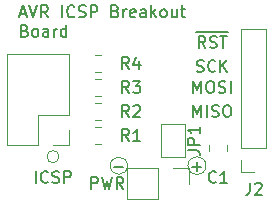
<source format=gbr>
%TF.GenerationSoftware,KiCad,Pcbnew,5.1.9-73d0e3b20d~88~ubuntu20.04.1*%
%TF.CreationDate,2021-03-05T17:06:57-06:00*%
%TF.ProjectId,avricsp-breakout,61767269-6373-4702-9d62-7265616b6f75,rev?*%
%TF.SameCoordinates,Original*%
%TF.FileFunction,Legend,Top*%
%TF.FilePolarity,Positive*%
%FSLAX46Y46*%
G04 Gerber Fmt 4.6, Leading zero omitted, Abs format (unit mm)*
G04 Created by KiCad (PCBNEW 5.1.9-73d0e3b20d~88~ubuntu20.04.1) date 2021-03-05 17:06:57*
%MOMM*%
%LPD*%
G01*
G04 APERTURE LIST*
%ADD10C,0.150000*%
%ADD11C,0.120000*%
G04 APERTURE END LIST*
D10*
X118143976Y-106021666D02*
X118620166Y-106021666D01*
X118048738Y-106307380D02*
X118382071Y-105307380D01*
X118715404Y-106307380D01*
X118905880Y-105307380D02*
X119239214Y-106307380D01*
X119572547Y-105307380D01*
X120477309Y-106307380D02*
X120143976Y-105831190D01*
X119905880Y-106307380D02*
X119905880Y-105307380D01*
X120286833Y-105307380D01*
X120382071Y-105355000D01*
X120429690Y-105402619D01*
X120477309Y-105497857D01*
X120477309Y-105640714D01*
X120429690Y-105735952D01*
X120382071Y-105783571D01*
X120286833Y-105831190D01*
X119905880Y-105831190D01*
X121667785Y-106307380D02*
X121667785Y-105307380D01*
X122715404Y-106212142D02*
X122667785Y-106259761D01*
X122524928Y-106307380D01*
X122429690Y-106307380D01*
X122286833Y-106259761D01*
X122191595Y-106164523D01*
X122143976Y-106069285D01*
X122096357Y-105878809D01*
X122096357Y-105735952D01*
X122143976Y-105545476D01*
X122191595Y-105450238D01*
X122286833Y-105355000D01*
X122429690Y-105307380D01*
X122524928Y-105307380D01*
X122667785Y-105355000D01*
X122715404Y-105402619D01*
X123096357Y-106259761D02*
X123239214Y-106307380D01*
X123477309Y-106307380D01*
X123572547Y-106259761D01*
X123620166Y-106212142D01*
X123667785Y-106116904D01*
X123667785Y-106021666D01*
X123620166Y-105926428D01*
X123572547Y-105878809D01*
X123477309Y-105831190D01*
X123286833Y-105783571D01*
X123191595Y-105735952D01*
X123143976Y-105688333D01*
X123096357Y-105593095D01*
X123096357Y-105497857D01*
X123143976Y-105402619D01*
X123191595Y-105355000D01*
X123286833Y-105307380D01*
X123524928Y-105307380D01*
X123667785Y-105355000D01*
X124096357Y-106307380D02*
X124096357Y-105307380D01*
X124477309Y-105307380D01*
X124572547Y-105355000D01*
X124620166Y-105402619D01*
X124667785Y-105497857D01*
X124667785Y-105640714D01*
X124620166Y-105735952D01*
X124572547Y-105783571D01*
X124477309Y-105831190D01*
X124096357Y-105831190D01*
X126191595Y-105783571D02*
X126334452Y-105831190D01*
X126382071Y-105878809D01*
X126429690Y-105974047D01*
X126429690Y-106116904D01*
X126382071Y-106212142D01*
X126334452Y-106259761D01*
X126239214Y-106307380D01*
X125858261Y-106307380D01*
X125858261Y-105307380D01*
X126191595Y-105307380D01*
X126286833Y-105355000D01*
X126334452Y-105402619D01*
X126382071Y-105497857D01*
X126382071Y-105593095D01*
X126334452Y-105688333D01*
X126286833Y-105735952D01*
X126191595Y-105783571D01*
X125858261Y-105783571D01*
X126858261Y-106307380D02*
X126858261Y-105640714D01*
X126858261Y-105831190D02*
X126905880Y-105735952D01*
X126953500Y-105688333D01*
X127048738Y-105640714D01*
X127143976Y-105640714D01*
X127858261Y-106259761D02*
X127763023Y-106307380D01*
X127572547Y-106307380D01*
X127477309Y-106259761D01*
X127429690Y-106164523D01*
X127429690Y-105783571D01*
X127477309Y-105688333D01*
X127572547Y-105640714D01*
X127763023Y-105640714D01*
X127858261Y-105688333D01*
X127905880Y-105783571D01*
X127905880Y-105878809D01*
X127429690Y-105974047D01*
X128763023Y-106307380D02*
X128763023Y-105783571D01*
X128715404Y-105688333D01*
X128620166Y-105640714D01*
X128429690Y-105640714D01*
X128334452Y-105688333D01*
X128763023Y-106259761D02*
X128667785Y-106307380D01*
X128429690Y-106307380D01*
X128334452Y-106259761D01*
X128286833Y-106164523D01*
X128286833Y-106069285D01*
X128334452Y-105974047D01*
X128429690Y-105926428D01*
X128667785Y-105926428D01*
X128763023Y-105878809D01*
X129239214Y-106307380D02*
X129239214Y-105307380D01*
X129334452Y-105926428D02*
X129620166Y-106307380D01*
X129620166Y-105640714D02*
X129239214Y-106021666D01*
X130191595Y-106307380D02*
X130096357Y-106259761D01*
X130048738Y-106212142D01*
X130001119Y-106116904D01*
X130001119Y-105831190D01*
X130048738Y-105735952D01*
X130096357Y-105688333D01*
X130191595Y-105640714D01*
X130334452Y-105640714D01*
X130429690Y-105688333D01*
X130477309Y-105735952D01*
X130524928Y-105831190D01*
X130524928Y-106116904D01*
X130477309Y-106212142D01*
X130429690Y-106259761D01*
X130334452Y-106307380D01*
X130191595Y-106307380D01*
X131382071Y-105640714D02*
X131382071Y-106307380D01*
X130953500Y-105640714D02*
X130953500Y-106164523D01*
X131001119Y-106259761D01*
X131096357Y-106307380D01*
X131239214Y-106307380D01*
X131334452Y-106259761D01*
X131382071Y-106212142D01*
X131715404Y-105640714D02*
X132096357Y-105640714D01*
X131858261Y-105307380D02*
X131858261Y-106164523D01*
X131905880Y-106259761D01*
X132001119Y-106307380D01*
X132096357Y-106307380D01*
X118524928Y-107433571D02*
X118667785Y-107481190D01*
X118715404Y-107528809D01*
X118763023Y-107624047D01*
X118763023Y-107766904D01*
X118715404Y-107862142D01*
X118667785Y-107909761D01*
X118572547Y-107957380D01*
X118191595Y-107957380D01*
X118191595Y-106957380D01*
X118524928Y-106957380D01*
X118620166Y-107005000D01*
X118667785Y-107052619D01*
X118715404Y-107147857D01*
X118715404Y-107243095D01*
X118667785Y-107338333D01*
X118620166Y-107385952D01*
X118524928Y-107433571D01*
X118191595Y-107433571D01*
X119334452Y-107957380D02*
X119239214Y-107909761D01*
X119191595Y-107862142D01*
X119143976Y-107766904D01*
X119143976Y-107481190D01*
X119191595Y-107385952D01*
X119239214Y-107338333D01*
X119334452Y-107290714D01*
X119477309Y-107290714D01*
X119572547Y-107338333D01*
X119620166Y-107385952D01*
X119667785Y-107481190D01*
X119667785Y-107766904D01*
X119620166Y-107862142D01*
X119572547Y-107909761D01*
X119477309Y-107957380D01*
X119334452Y-107957380D01*
X120524928Y-107957380D02*
X120524928Y-107433571D01*
X120477309Y-107338333D01*
X120382071Y-107290714D01*
X120191595Y-107290714D01*
X120096357Y-107338333D01*
X120524928Y-107909761D02*
X120429690Y-107957380D01*
X120191595Y-107957380D01*
X120096357Y-107909761D01*
X120048738Y-107814523D01*
X120048738Y-107719285D01*
X120096357Y-107624047D01*
X120191595Y-107576428D01*
X120429690Y-107576428D01*
X120524928Y-107528809D01*
X121001119Y-107957380D02*
X121001119Y-107290714D01*
X121001119Y-107481190D02*
X121048738Y-107385952D01*
X121096357Y-107338333D01*
X121191595Y-107290714D01*
X121286833Y-107290714D01*
X122048738Y-107957380D02*
X122048738Y-106957380D01*
X122048738Y-107909761D02*
X121953500Y-107957380D01*
X121763023Y-107957380D01*
X121667785Y-107909761D01*
X121620166Y-107862142D01*
X121572547Y-107766904D01*
X121572547Y-107481190D01*
X121620166Y-107385952D01*
X121667785Y-107338333D01*
X121763023Y-107290714D01*
X121953500Y-107290714D01*
X122048738Y-107338333D01*
X132794571Y-114752380D02*
X132794571Y-113752380D01*
X133127904Y-114466666D01*
X133461238Y-113752380D01*
X133461238Y-114752380D01*
X133937428Y-114752380D02*
X133937428Y-113752380D01*
X134366000Y-114704761D02*
X134508857Y-114752380D01*
X134746952Y-114752380D01*
X134842190Y-114704761D01*
X134889809Y-114657142D01*
X134937428Y-114561904D01*
X134937428Y-114466666D01*
X134889809Y-114371428D01*
X134842190Y-114323809D01*
X134746952Y-114276190D01*
X134556476Y-114228571D01*
X134461238Y-114180952D01*
X134413619Y-114133333D01*
X134366000Y-114038095D01*
X134366000Y-113942857D01*
X134413619Y-113847619D01*
X134461238Y-113800000D01*
X134556476Y-113752380D01*
X134794571Y-113752380D01*
X134937428Y-113800000D01*
X135556476Y-113752380D02*
X135746952Y-113752380D01*
X135842190Y-113800000D01*
X135937428Y-113895238D01*
X135985047Y-114085714D01*
X135985047Y-114419047D01*
X135937428Y-114609523D01*
X135842190Y-114704761D01*
X135746952Y-114752380D01*
X135556476Y-114752380D01*
X135461238Y-114704761D01*
X135366000Y-114609523D01*
X135318380Y-114419047D01*
X135318380Y-114085714D01*
X135366000Y-113895238D01*
X135461238Y-113800000D01*
X135556476Y-113752380D01*
X132794571Y-112720380D02*
X132794571Y-111720380D01*
X133127904Y-112434666D01*
X133461238Y-111720380D01*
X133461238Y-112720380D01*
X134127904Y-111720380D02*
X134318380Y-111720380D01*
X134413619Y-111768000D01*
X134508857Y-111863238D01*
X134556476Y-112053714D01*
X134556476Y-112387047D01*
X134508857Y-112577523D01*
X134413619Y-112672761D01*
X134318380Y-112720380D01*
X134127904Y-112720380D01*
X134032666Y-112672761D01*
X133937428Y-112577523D01*
X133889809Y-112387047D01*
X133889809Y-112053714D01*
X133937428Y-111863238D01*
X134032666Y-111768000D01*
X134127904Y-111720380D01*
X134937428Y-112672761D02*
X135080285Y-112720380D01*
X135318380Y-112720380D01*
X135413619Y-112672761D01*
X135461238Y-112625142D01*
X135508857Y-112529904D01*
X135508857Y-112434666D01*
X135461238Y-112339428D01*
X135413619Y-112291809D01*
X135318380Y-112244190D01*
X135127904Y-112196571D01*
X135032666Y-112148952D01*
X134985047Y-112101333D01*
X134937428Y-112006095D01*
X134937428Y-111910857D01*
X134985047Y-111815619D01*
X135032666Y-111768000D01*
X135127904Y-111720380D01*
X135366000Y-111720380D01*
X135508857Y-111768000D01*
X135937428Y-112720380D02*
X135937428Y-111720380D01*
X133080285Y-110894761D02*
X133223142Y-110942380D01*
X133461238Y-110942380D01*
X133556476Y-110894761D01*
X133604095Y-110847142D01*
X133651714Y-110751904D01*
X133651714Y-110656666D01*
X133604095Y-110561428D01*
X133556476Y-110513809D01*
X133461238Y-110466190D01*
X133270761Y-110418571D01*
X133175523Y-110370952D01*
X133127904Y-110323333D01*
X133080285Y-110228095D01*
X133080285Y-110132857D01*
X133127904Y-110037619D01*
X133175523Y-109990000D01*
X133270761Y-109942380D01*
X133508857Y-109942380D01*
X133651714Y-109990000D01*
X134651714Y-110847142D02*
X134604095Y-110894761D01*
X134461238Y-110942380D01*
X134366000Y-110942380D01*
X134223142Y-110894761D01*
X134127904Y-110799523D01*
X134080285Y-110704285D01*
X134032666Y-110513809D01*
X134032666Y-110370952D01*
X134080285Y-110180476D01*
X134127904Y-110085238D01*
X134223142Y-109990000D01*
X134366000Y-109942380D01*
X134461238Y-109942380D01*
X134604095Y-109990000D01*
X134651714Y-110037619D01*
X135080285Y-110942380D02*
X135080285Y-109942380D01*
X135651714Y-110942380D02*
X135223142Y-110370952D01*
X135651714Y-109942380D02*
X135080285Y-110513809D01*
X133008857Y-107543000D02*
X134008857Y-107543000D01*
X133818380Y-108910380D02*
X133485047Y-108434190D01*
X133246952Y-108910380D02*
X133246952Y-107910380D01*
X133627904Y-107910380D01*
X133723142Y-107958000D01*
X133770761Y-108005619D01*
X133818380Y-108100857D01*
X133818380Y-108243714D01*
X133770761Y-108338952D01*
X133723142Y-108386571D01*
X133627904Y-108434190D01*
X133246952Y-108434190D01*
X134008857Y-107543000D02*
X134961238Y-107543000D01*
X134199333Y-108862761D02*
X134342190Y-108910380D01*
X134580285Y-108910380D01*
X134675523Y-108862761D01*
X134723142Y-108815142D01*
X134770761Y-108719904D01*
X134770761Y-108624666D01*
X134723142Y-108529428D01*
X134675523Y-108481809D01*
X134580285Y-108434190D01*
X134389809Y-108386571D01*
X134294571Y-108338952D01*
X134246952Y-108291333D01*
X134199333Y-108196095D01*
X134199333Y-108100857D01*
X134246952Y-108005619D01*
X134294571Y-107958000D01*
X134389809Y-107910380D01*
X134627904Y-107910380D01*
X134770761Y-107958000D01*
X134961238Y-107543000D02*
X135723142Y-107543000D01*
X135056476Y-107910380D02*
X135627904Y-107910380D01*
X135342190Y-108910380D02*
X135342190Y-107910380D01*
D11*
X133858000Y-118872000D02*
G75*
G03*
X133858000Y-118872000I-762000J0D01*
G01*
X127220313Y-118872000D02*
G75*
G03*
X127220313Y-118872000I-728313J0D01*
G01*
D10*
X126111047Y-118943428D02*
X126872952Y-118943428D01*
X132715047Y-118943428D02*
X133476952Y-118943428D01*
X133096000Y-119324380D02*
X133096000Y-118562476D01*
D11*
X121412000Y-118110000D02*
G75*
G03*
X121412000Y-118110000I-508000J0D01*
G01*
%TO.C,J2*%
X138982000Y-117364000D02*
X136862000Y-117364000D01*
X138982000Y-117364000D02*
X138982000Y-107304000D01*
X138982000Y-107304000D02*
X136862000Y-107304000D01*
X136862000Y-117364000D02*
X136862000Y-107304000D01*
X136862000Y-119424000D02*
X136862000Y-118364000D01*
X137922000Y-119424000D02*
X136862000Y-119424000D01*
%TO.C,R4*%
X124941064Y-110971000D02*
X124486936Y-110971000D01*
X124941064Y-109501000D02*
X124486936Y-109501000D01*
%TO.C,R3*%
X124941064Y-113003000D02*
X124486936Y-113003000D01*
X124941064Y-111533000D02*
X124486936Y-111533000D01*
%TO.C,R2*%
X124941064Y-115035000D02*
X124486936Y-115035000D01*
X124941064Y-113565000D02*
X124486936Y-113565000D01*
%TO.C,R1*%
X124941064Y-117067000D02*
X124486936Y-117067000D01*
X124941064Y-115597000D02*
X124486936Y-115597000D01*
%TO.C,JP1*%
X130064000Y-115328000D02*
X132064000Y-115328000D01*
X130064000Y-118128000D02*
X130064000Y-115328000D01*
X132064000Y-118128000D02*
X130064000Y-118128000D01*
X132064000Y-115328000D02*
X132064000Y-118128000D01*
%TO.C,ICSP*%
X122234000Y-109414000D02*
X117034000Y-109414000D01*
X122234000Y-114554000D02*
X122234000Y-109414000D01*
X117034000Y-117154000D02*
X117034000Y-109414000D01*
X122234000Y-114554000D02*
X119634000Y-114554000D01*
X119634000Y-114554000D02*
X119634000Y-117154000D01*
X119634000Y-117154000D02*
X117034000Y-117154000D01*
X122234000Y-115824000D02*
X122234000Y-117154000D01*
X122234000Y-117154000D02*
X120904000Y-117154000D01*
%TO.C,PWR*%
X127194000Y-119066000D02*
X127194000Y-121726000D01*
X129794000Y-119066000D02*
X127194000Y-119066000D01*
X129794000Y-121726000D02*
X127194000Y-121726000D01*
X129794000Y-119066000D02*
X129794000Y-121726000D01*
X131064000Y-119066000D02*
X132394000Y-119066000D01*
X132394000Y-119066000D02*
X132394000Y-120396000D01*
%TO.C,C1*%
X134139000Y-117609252D02*
X134139000Y-117086748D01*
X135609000Y-117609252D02*
X135609000Y-117086748D01*
%TO.C,J2*%
D10*
X137588666Y-120316380D02*
X137588666Y-121030666D01*
X137541047Y-121173523D01*
X137445809Y-121268761D01*
X137302952Y-121316380D01*
X137207714Y-121316380D01*
X138017238Y-120411619D02*
X138064857Y-120364000D01*
X138160095Y-120316380D01*
X138398190Y-120316380D01*
X138493428Y-120364000D01*
X138541047Y-120411619D01*
X138588666Y-120506857D01*
X138588666Y-120602095D01*
X138541047Y-120744952D01*
X137969619Y-121316380D01*
X138588666Y-121316380D01*
%TO.C,R4*%
X127341333Y-110688380D02*
X127008000Y-110212190D01*
X126769904Y-110688380D02*
X126769904Y-109688380D01*
X127150857Y-109688380D01*
X127246095Y-109736000D01*
X127293714Y-109783619D01*
X127341333Y-109878857D01*
X127341333Y-110021714D01*
X127293714Y-110116952D01*
X127246095Y-110164571D01*
X127150857Y-110212190D01*
X126769904Y-110212190D01*
X128198476Y-110021714D02*
X128198476Y-110688380D01*
X127960380Y-109640761D02*
X127722285Y-110355047D01*
X128341333Y-110355047D01*
%TO.C,R3*%
X127341333Y-112720380D02*
X127008000Y-112244190D01*
X126769904Y-112720380D02*
X126769904Y-111720380D01*
X127150857Y-111720380D01*
X127246095Y-111768000D01*
X127293714Y-111815619D01*
X127341333Y-111910857D01*
X127341333Y-112053714D01*
X127293714Y-112148952D01*
X127246095Y-112196571D01*
X127150857Y-112244190D01*
X126769904Y-112244190D01*
X127674666Y-111720380D02*
X128293714Y-111720380D01*
X127960380Y-112101333D01*
X128103238Y-112101333D01*
X128198476Y-112148952D01*
X128246095Y-112196571D01*
X128293714Y-112291809D01*
X128293714Y-112529904D01*
X128246095Y-112625142D01*
X128198476Y-112672761D01*
X128103238Y-112720380D01*
X127817523Y-112720380D01*
X127722285Y-112672761D01*
X127674666Y-112625142D01*
%TO.C,R2*%
X127341333Y-114752380D02*
X127008000Y-114276190D01*
X126769904Y-114752380D02*
X126769904Y-113752380D01*
X127150857Y-113752380D01*
X127246095Y-113800000D01*
X127293714Y-113847619D01*
X127341333Y-113942857D01*
X127341333Y-114085714D01*
X127293714Y-114180952D01*
X127246095Y-114228571D01*
X127150857Y-114276190D01*
X126769904Y-114276190D01*
X127722285Y-113847619D02*
X127769904Y-113800000D01*
X127865142Y-113752380D01*
X128103238Y-113752380D01*
X128198476Y-113800000D01*
X128246095Y-113847619D01*
X128293714Y-113942857D01*
X128293714Y-114038095D01*
X128246095Y-114180952D01*
X127674666Y-114752380D01*
X128293714Y-114752380D01*
%TO.C,R1*%
X127341333Y-116784380D02*
X127008000Y-116308190D01*
X126769904Y-116784380D02*
X126769904Y-115784380D01*
X127150857Y-115784380D01*
X127246095Y-115832000D01*
X127293714Y-115879619D01*
X127341333Y-115974857D01*
X127341333Y-116117714D01*
X127293714Y-116212952D01*
X127246095Y-116260571D01*
X127150857Y-116308190D01*
X126769904Y-116308190D01*
X128293714Y-116784380D02*
X127722285Y-116784380D01*
X128008000Y-116784380D02*
X128008000Y-115784380D01*
X127912761Y-115927238D01*
X127817523Y-116022476D01*
X127722285Y-116070095D01*
%TO.C,JP1*%
X132316380Y-117561333D02*
X133030666Y-117561333D01*
X133173523Y-117608952D01*
X133268761Y-117704190D01*
X133316380Y-117847047D01*
X133316380Y-117942285D01*
X133316380Y-117085142D02*
X132316380Y-117085142D01*
X132316380Y-116704190D01*
X132364000Y-116608952D01*
X132411619Y-116561333D01*
X132506857Y-116513714D01*
X132649714Y-116513714D01*
X132744952Y-116561333D01*
X132792571Y-116608952D01*
X132840190Y-116704190D01*
X132840190Y-117085142D01*
X133316380Y-115561333D02*
X133316380Y-116132761D01*
X133316380Y-115847047D02*
X132316380Y-115847047D01*
X132459238Y-115942285D01*
X132554476Y-116037523D01*
X132602095Y-116132761D01*
%TO.C,ICSP*%
X119427809Y-120340380D02*
X119427809Y-119340380D01*
X120475428Y-120245142D02*
X120427809Y-120292761D01*
X120284952Y-120340380D01*
X120189714Y-120340380D01*
X120046857Y-120292761D01*
X119951619Y-120197523D01*
X119904000Y-120102285D01*
X119856380Y-119911809D01*
X119856380Y-119768952D01*
X119904000Y-119578476D01*
X119951619Y-119483238D01*
X120046857Y-119388000D01*
X120189714Y-119340380D01*
X120284952Y-119340380D01*
X120427809Y-119388000D01*
X120475428Y-119435619D01*
X120856380Y-120292761D02*
X120999238Y-120340380D01*
X121237333Y-120340380D01*
X121332571Y-120292761D01*
X121380190Y-120245142D01*
X121427809Y-120149904D01*
X121427809Y-120054666D01*
X121380190Y-119959428D01*
X121332571Y-119911809D01*
X121237333Y-119864190D01*
X121046857Y-119816571D01*
X120951619Y-119768952D01*
X120904000Y-119721333D01*
X120856380Y-119626095D01*
X120856380Y-119530857D01*
X120904000Y-119435619D01*
X120951619Y-119388000D01*
X121046857Y-119340380D01*
X121284952Y-119340380D01*
X121427809Y-119388000D01*
X121856380Y-120340380D02*
X121856380Y-119340380D01*
X122237333Y-119340380D01*
X122332571Y-119388000D01*
X122380190Y-119435619D01*
X122427809Y-119530857D01*
X122427809Y-119673714D01*
X122380190Y-119768952D01*
X122332571Y-119816571D01*
X122237333Y-119864190D01*
X121856380Y-119864190D01*
%TO.C,PWR*%
X124142666Y-120848380D02*
X124142666Y-119848380D01*
X124523619Y-119848380D01*
X124618857Y-119896000D01*
X124666476Y-119943619D01*
X124714095Y-120038857D01*
X124714095Y-120181714D01*
X124666476Y-120276952D01*
X124618857Y-120324571D01*
X124523619Y-120372190D01*
X124142666Y-120372190D01*
X125047428Y-119848380D02*
X125285523Y-120848380D01*
X125476000Y-120134095D01*
X125666476Y-120848380D01*
X125904571Y-119848380D01*
X126856952Y-120848380D02*
X126523619Y-120372190D01*
X126285523Y-120848380D02*
X126285523Y-119848380D01*
X126666476Y-119848380D01*
X126761714Y-119896000D01*
X126809333Y-119943619D01*
X126856952Y-120038857D01*
X126856952Y-120181714D01*
X126809333Y-120276952D01*
X126761714Y-120324571D01*
X126666476Y-120372190D01*
X126285523Y-120372190D01*
%TO.C,C1*%
X134707333Y-120245142D02*
X134659714Y-120292761D01*
X134516857Y-120340380D01*
X134421619Y-120340380D01*
X134278761Y-120292761D01*
X134183523Y-120197523D01*
X134135904Y-120102285D01*
X134088285Y-119911809D01*
X134088285Y-119768952D01*
X134135904Y-119578476D01*
X134183523Y-119483238D01*
X134278761Y-119388000D01*
X134421619Y-119340380D01*
X134516857Y-119340380D01*
X134659714Y-119388000D01*
X134707333Y-119435619D01*
X135659714Y-120340380D02*
X135088285Y-120340380D01*
X135374000Y-120340380D02*
X135374000Y-119340380D01*
X135278761Y-119483238D01*
X135183523Y-119578476D01*
X135088285Y-119626095D01*
%TD*%
M02*

</source>
